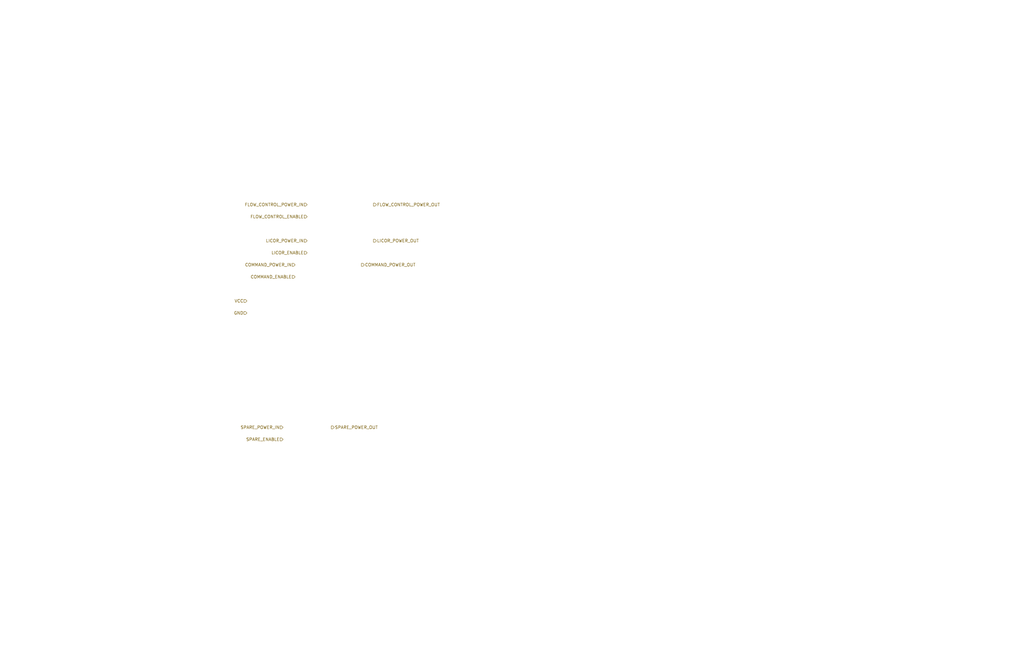
<source format=kicad_sch>
(kicad_sch (version 20211123) (generator eeschema)
  (paper "USLedger")
  (title_block (title "Peripheral Power") (rev "201") (company "PMEL") (comment 3 "Matt Casari") (comment 4 "DRAFT"))
  (lib_symbols)
  (hierarchical_label "GND" (shape input) (at 104.14 132.08 180))
  (hierarchical_label "LICOR_POWER_IN" (shape input) (at 129.54 101.6 180))
  (hierarchical_label "LICOR_ENABLE" (shape input) (at 129.54 106.68 180))
  (hierarchical_label "SPARE_ENABLE" (shape input) (at 119.38 185.42 180))
  (hierarchical_label "COMMAND_POWER_IN" (shape input) (at 124.46 111.76 180))
  (hierarchical_label "LICOR_POWER_OUT" (shape output) (at 157.48 101.6 0))
  (hierarchical_label "FLOW_CONTROL_POWER_IN" (shape input) (at 129.54 86.36 180))
  (hierarchical_label "FLOW_CONTROL_ENABLE" (shape input) (at 129.54 91.44 180))
  (hierarchical_label "SPARE_POWER_IN" (shape input) (at 119.38 180.34 180))
  (hierarchical_label "VCC" (shape input) (at 104.14 127 180))
  (hierarchical_label "COMMAND_ENABLE" (shape input) (at 124.46 116.84 180))
  (hierarchical_label "FLOW_CONTROL_POWER_OUT" (shape output) (at 157.48 86.36 0))
  (hierarchical_label "COMMAND_POWER_OUT" (shape output) (at 152.4 111.76 0))
  (hierarchical_label "SPARE_POWER_OUT" (shape output) (at 139.7 180.34 0))
)
</source>
